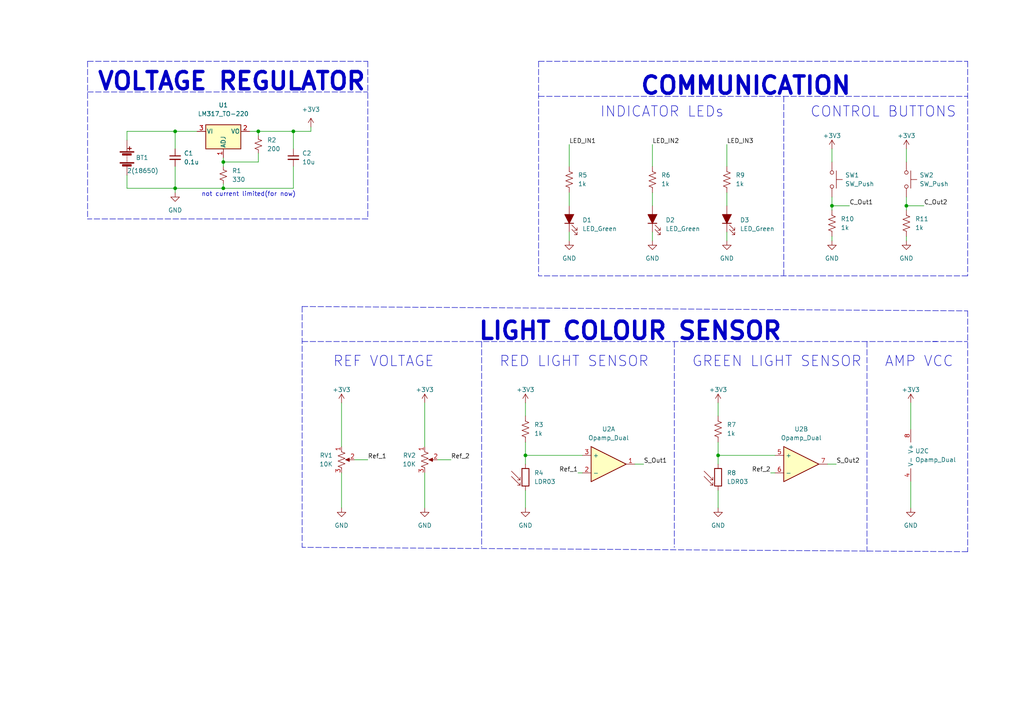
<source format=kicad_sch>
(kicad_sch (version 20211123) (generator eeschema)
  (paper "A4")
  (title_block (title "Sensor-Com-Module") (date "2022-07-29") (rev "rev 2") (company "Group 1 - EEE3099S (UCT)") (comment 1 "Checked by : Koopalame Rebaone and Macebele Kingsley") (comment 2 "Designed by : Chauke Oscar") (comment 3 "Sensor-Comm-Module") (comment 4 "Maze Solver"))
  (lib_symbols
    (symbol "Device:Battery" (pin_numbers hide) (pin_names (offset 0) hide)
      (property "Reference" "BT" (at 2.54 2.54 0))
      (property "Value" "Battery" (at 2.54 0 0))
      (symbol "Battery_0_1"
        (rectangle (start -2.032 -1.397) (end 2.032 -1.651) (fill (type outline)))
        (rectangle (start -2.032 1.778) (end 2.032 1.524) (fill (type outline)))
        (rectangle (start -1.3208 -1.9812) (end 1.27 -2.4892) (fill (type outline)))
        (rectangle (start -1.3208 1.1938) (end 1.27 0.6858) (fill (type outline)))
        (polyline (pts (xy 0 -1.524) (xy 0 -1.27)))
        (polyline (pts (xy 0 -1.016) (xy 0 -0.762)))
        (polyline (pts (xy 0 -0.508) (xy 0 -0.254)))
        (polyline (pts (xy 0 0) (xy 0 0.254)))
        (polyline (pts (xy 0 0.508) (xy 0 0.762)))
        (polyline (pts (xy 0 1.778) (xy 0 2.54)))
        (polyline (pts (xy 0.254 2.667) (xy 1.27 2.667)) (stroke (width 0.254)))
        (polyline (pts (xy 0.762 3.175) (xy 0.762 2.159)) (stroke (width 0.254)))
      )
      (symbol "Battery_1_1"
        (pin passive line (at 0 5.08 270) (length 2.54) (name "+") (number "1"))
        (pin passive line (at 0 -5.08 90) (length 2.54) (name "-") (number "2"))
      )
    )
    (symbol "Device:C_Small" (pin_numbers hide) (pin_names (offset 0.254) hide)
      (property "Reference" "C" (at 0.254 1.778 0))
      (property "Value" "C_Small" (at 0.254 -2.032 0))
      (symbol "C_Small_0_1"
        (polyline (pts (xy -1.524 -0.508) (xy 1.524 -0.508)) (stroke (width 0.3302)))
        (polyline (pts (xy -1.524 0.508) (xy 1.524 0.508)) (stroke (width 0.3048)))
      )
      (symbol "C_Small_1_1"
        (pin passive line (at 0 2.54 270) (length 2.032) (name "~") (number "1"))
        (pin passive line (at 0 -2.54 90) (length 2.032) (name "~") (number "2"))
      )
    )
    (symbol "Device:LED_Filled" (pin_numbers hide) (pin_names (offset 1.016) hide)
      (property "Reference" "D" (at 0 2.54 0))
      (property "Value" "LED_Filled" (at 0 -2.54 0))
      (symbol "LED_Filled_0_1"
        (polyline (pts (xy -1.27 -1.27) (xy -1.27 1.27)) (stroke (width 0.254)))
        (polyline (pts (xy -1.27 0) (xy 1.27 0)))
        (polyline (pts (xy 1.27 -1.27) (xy 1.27 1.27) (xy -1.27 0) (xy 1.27 -1.27)) (stroke (width 0.254)) (fill (type outline)))
        (polyline (pts (xy -3.048 -0.762) (xy -4.572 -2.286) (xy -3.81 -2.286) (xy -4.572 -2.286) (xy -4.572 -1.524)))
        (polyline (pts (xy -1.778 -0.762) (xy -3.302 -2.286) (xy -2.54 -2.286) (xy -3.302 -2.286) (xy -3.302 -1.524)))
      )
      (symbol "LED_Filled_1_1"
        (pin passive line (at -3.81 0 0) (length 2.54) (name "K") (number "1"))
        (pin passive line (at 3.81 0 180) (length 2.54) (name "A") (number "2"))
      )
    )
    (symbol "Device:Opamp_Dual"
      (property "Reference" "U" (at 0 5.08 0))
      (property "Value" "Opamp_Dual" (at 0 -5.08 0))
      (symbol "Opamp_Dual_1_1"
        (polyline (pts (xy -5.08 5.08) (xy 5.08 0) (xy -5.08 -5.08) (xy -5.08 5.08)) (stroke (width 0.254)) (fill (type background)))
        (pin output line (at 7.62 0 180) (length 2.54) (name "~") (number "1"))
        (pin input line (at -7.62 -2.54 0) (length 2.54) (name "-") (number "2"))
        (pin input line (at -7.62 2.54 0) (length 2.54) (name "+") (number "3"))
      )
      (symbol "Opamp_Dual_2_1"
        (polyline (pts (xy -5.08 5.08) (xy 5.08 0) (xy -5.08 -5.08) (xy -5.08 5.08)) (stroke (width 0.254)) (fill (type background)))
        (pin input line (at -7.62 2.54 0) (length 2.54) (name "+") (number "5"))
        (pin input line (at -7.62 -2.54 0) (length 2.54) (name "-") (number "6"))
        (pin output line (at 7.62 0 180) (length 2.54) (name "~") (number "7"))
      )
      (symbol "Opamp_Dual_3_1"
        (pin power_in line (at -2.54 -7.62 90) (length 3.81) (name "V-") (number "4"))
        (pin power_in line (at -2.54 7.62 270) (length 3.81) (name "V+") (number "8"))
      )
    )
    (symbol "Device:R_Potentiometer_US" (pin_names (offset 1.016) hide)
      (property "Reference" "RV" (at -4.445 0 90))
      (property "Value" "R_Potentiometer_US" (at -2.54 0 90))
      (symbol "R_Potentiometer_US_0_1"
        (polyline (pts (xy 0 -2.286) (xy 0 -2.54)))
        (polyline (pts (xy 0 2.54) (xy 0 2.286)))
        (polyline (pts (xy 2.54 0) (xy 1.524 0)))
        (polyline (pts (xy 1.143 0) (xy 2.286 0.508) (xy 2.286 -0.508) (xy 1.143 0)) (fill (type outline)))
        (polyline (pts (xy 0 -0.762) (xy 1.016 -1.143) (xy 0 -1.524) (xy -1.016 -1.905) (xy 0 -2.286)))
        (polyline (pts (xy 0 0.762) (xy 1.016 0.381) (xy 0 0) (xy -1.016 -0.381) (xy 0 -0.762)))
        (polyline (pts (xy 0 2.286) (xy 1.016 1.905) (xy 0 1.524) (xy -1.016 1.143) (xy 0 0.762)))
      )
      (symbol "R_Potentiometer_US_1_1"
        (pin passive line (at 0 3.81 270) (length 1.27) (name "1") (number "1"))
        (pin passive line (at 3.81 0 180) (length 1.27) (name "2") (number "2"))
        (pin passive line (at 0 -3.81 90) (length 1.27) (name "3") (number "3"))
      )
    )
    (symbol "Device:R_Small_US" (pin_numbers hide) (pin_names (offset 0.254) hide)
      (property "Reference" "R" (at 0.762 0.508 0))
      (property "Value" "R_Small_US" (at 0.762 -1.016 0))
      (symbol "R_Small_US_1_1"
        (polyline (pts (xy 0 0) (xy 1.016 -0.381) (xy 0 -0.762) (xy -1.016 -1.143) (xy 0 -1.524)))
        (polyline (pts (xy 0 1.524) (xy 1.016 1.143) (xy 0 0.762) (xy -1.016 0.381) (xy 0 0)))
        (pin passive line (at 0 2.54 270) (length 1.016) (name "~") (number "1"))
        (pin passive line (at 0 -2.54 90) (length 1.016) (name "~") (number "2"))
      )
    )
    (symbol "Device:R_US" (pin_numbers hide) (pin_names (offset 0))
      (property "Reference" "R" (at 2.54 0 90))
      (property "Value" "R_US" (at -2.54 0 90))
      (symbol "R_US_0_1"
        (polyline (pts (xy 0 -2.286) (xy 0 -2.54)))
        (polyline (pts (xy 0 2.286) (xy 0 2.54)))
        (polyline (pts (xy 0 -0.762) (xy 1.016 -1.143) (xy 0 -1.524) (xy -1.016 -1.905) (xy 0 -2.286)))
        (polyline (pts (xy 0 0.762) (xy 1.016 0.381) (xy 0 0) (xy -1.016 -0.381) (xy 0 -0.762)))
        (polyline (pts (xy 0 2.286) (xy 1.016 1.905) (xy 0 1.524) (xy -1.016 1.143) (xy 0 0.762)))
      )
      (symbol "R_US_1_1"
        (pin passive line (at 0 3.81 270) (length 1.27) (name "~") (number "1"))
        (pin passive line (at 0 -3.81 90) (length 1.27) (name "~") (number "2"))
      )
    )
    (symbol "Regulator_Linear:LM317_TO-220" (pin_names (offset 0.254))
      (property "Reference" "U" (at -3.81 3.175 0))
      (property "Value" "LM317_TO-220" (at 0 3.175 0))
      (symbol "LM317_TO-220_0_1"
        (rectangle (start -5.08 1.905) (end 5.08 -5.08) (stroke (width 0.254)) (fill (type background)))
      )
      (symbol "LM317_TO-220_1_1"
        (pin input line (at 0 -7.62 90) (length 2.54) (name "ADJ") (number "1"))
        (pin power_out line (at 7.62 0 180) (length 2.54) (name "VO") (number "2"))
        (pin power_in line (at -7.62 0 0) (length 2.54) (name "VI") (number "3"))
      )
    )
    (symbol "Sensor_Optical:LDR03" (pin_numbers hide) (pin_names (offset 0))
      (property "Reference" "R" (at -5.08 0 90))
      (property "Value" "LDR03" (at 1.905 0 90))
      (symbol "LDR03_0_1"
        (rectangle (start -1.016 2.54) (end 1.016 -2.54) (stroke (width 0.254)))
        (polyline (pts (xy -1.524 -2.286) (xy -4.064 0.254)))
        (polyline (pts (xy -1.524 -2.286) (xy -2.286 -2.286)))
        (polyline (pts (xy -1.524 -2.286) (xy -1.524 -1.524)))
        (polyline (pts (xy -1.524 -0.762) (xy -4.064 1.778)))
        (polyline (pts (xy -1.524 -0.762) (xy -2.286 -0.762)))
        (polyline (pts (xy -1.524 -0.762) (xy -1.524 0)))
      )
      (symbol "LDR03_1_1"
        (pin passive line (at 0 3.81 270) (length 1.27) (name "~") (number "1"))
        (pin passive line (at 0 -3.81 90) (length 1.27) (name "~") (number "2"))
      )
    )
    (symbol "Switch:SW_Push" (pin_numbers hide) (pin_names (offset 1.016) hide)
      (property "Reference" "SW" (at 1.27 2.54 0))
      (property "Value" "SW_Push" (at 0 -1.524 0))
      (symbol "SW_Push_0_1"
        (circle (center -2.032 0) (radius 0.508))
        (polyline (pts (xy 0 1.27) (xy 0 3.048)))
        (polyline (pts (xy 2.54 1.27) (xy -2.54 1.27)))
        (circle (center 2.032 0) (radius 0.508))
        (pin passive line (at -5.08 0 0) (length 2.54) (name "1") (number "1"))
        (pin passive line (at 5.08 0 180) (length 2.54) (name "2") (number "2"))
      )
    )
    (symbol "power:+3.3V" (power) (pin_names (offset 0))
      (property "Value" "+3.3V" (at 0 3.556 0))
      (symbol "+3.3V_0_1"
        (polyline (pts (xy -0.762 1.27) (xy 0 2.54)))
        (polyline (pts (xy 0 0) (xy 0 2.54)))
        (polyline (pts (xy 0 2.54) (xy 0.762 1.27)))
      )
      (symbol "+3.3V_1_1"
        (pin power_in line (at 0 0 90) (length 0) hide (name "+3V3") (number "1"))
      )
    )
    (symbol "power:GND" (power) (pin_names (offset 0))
      (property "Value" "GND" (at 0 -3.81 0))
      (symbol "GND_0_1"
        (polyline (pts (xy 0 0) (xy 0 -1.27) (xy 1.27 -1.27) (xy 0 -2.54) (xy -1.27 -1.27) (xy 0 -1.27)))
      )
      (symbol "GND_1_1"
        (pin power_in line (at 0 0 270) (length 0) hide (name "GND") (number "1"))
      )
    )
  )
  (junction (at 85.09 38.1))
  (junction (at 152.4 132.08))
  (junction (at 74.93 38.1))
  (junction (at 64.77 54.61))
  (junction (at 262.89 59.69))
  (junction (at 64.77 46.99))
  (junction (at 50.8 54.61))
  (junction (at 208.28 132.08))
  (junction (at 241.3 59.69))
  (junction (at 50.8 38.1))
  (wire (pts (xy 74.93 38.1) (xy 74.93 39.37)))
  (wire (pts (xy 64.77 45.72) (xy 64.77 46.99)))
  (wire (pts (xy 152.4 132.08) (xy 152.4 134.62)))
  (wire (pts (xy 184.15 134.62) (xy 186.69 134.62)))
  (wire (pts (xy 264.16 116.84) (xy 264.16 124.46)))
  (wire (pts (xy 85.09 43.18) (xy 85.09 38.1)))
  (polyline (pts (xy 139.7 99.06) (xy 139.7 158.75)))
  (wire (pts (xy 241.3 59.69) (xy 246.38 59.69)))
  (polyline (pts (xy 25.4 26.67) (xy 106.68 26.67)))
  (wire (pts (xy 50.8 54.61) (xy 50.8 55.88)))
  (polyline (pts (xy 270.51 99.06) (xy 280.67 99.06)))
  (wire (pts (xy 223.52 137.16) (xy 224.79 137.16)))
  (wire (pts (xy 123.19 116.84) (xy 123.19 129.54)))
  (wire (pts (xy 208.28 142.24) (xy 208.28 147.32)))
  (wire (pts (xy 152.4 142.24) (xy 152.4 147.32)))
  (wire (pts (xy 152.4 116.84) (xy 152.4 120.65)))
  (polyline (pts (xy 106.68 17.78) (xy 106.68 63.5)))
  (wire (pts (xy 208.28 132.08) (xy 224.79 132.08)))
  (wire (pts (xy 36.83 38.1) (xy 50.8 38.1)))
  (wire (pts (xy 99.06 137.16) (xy 99.06 147.32)))
  (wire (pts (xy 74.93 44.45) (xy 74.93 46.99)))
  (wire (pts (xy 64.77 53.34) (xy 64.77 54.61)))
  (wire (pts (xy 240.03 134.62) (xy 242.57 134.62)))
  (wire (pts (xy 165.1 55.88) (xy 165.1 59.69)))
  (polyline (pts (xy 280.67 80.01) (xy 156.21 80.01)))
  (polyline (pts (xy 280.67 17.78) (xy 280.67 80.01)))
  (wire (pts (xy 90.17 36.83) (xy 90.17 38.1)))
  (wire (pts (xy 50.8 48.26) (xy 50.8 54.61)))
  (wire (pts (xy 127 133.35) (xy 130.81 133.35)))
  (polyline (pts (xy 87.63 99.06) (xy 271.78 99.06)))
  (polyline (pts (xy 280.67 160.02) (xy 87.63 158.75)))
  (polyline (pts (xy 156.21 17.78) (xy 156.21 80.01)))
  (wire (pts (xy 189.23 41.91) (xy 189.23 48.26)))
  (wire (pts (xy 72.39 38.1) (xy 74.93 38.1)))
  (wire (pts (xy 189.23 67.31) (xy 189.23 69.85)))
  (wire (pts (xy 74.93 38.1) (xy 85.09 38.1)))
  (wire (pts (xy 262.89 59.69) (xy 267.97 59.69)))
  (wire (pts (xy 165.1 67.31) (xy 165.1 69.85)))
  (wire (pts (xy 241.3 59.69) (xy 241.3 60.96)))
  (polyline (pts (xy 25.4 17.78) (xy 25.4 63.5)))
  (wire (pts (xy 85.09 54.61) (xy 64.77 54.61)))
  (polyline (pts (xy 87.63 88.9) (xy 87.63 158.75)))
  (wire (pts (xy 189.23 55.88) (xy 189.23 59.69)))
  (wire (pts (xy 264.16 139.7) (xy 264.16 147.32)))
  (polyline (pts (xy 280.67 90.17) (xy 280.67 160.02)))
  (wire (pts (xy 241.3 68.58) (xy 241.3 69.85)))
  (wire (pts (xy 152.4 128.27) (xy 152.4 132.08)))
  (wire (pts (xy 123.19 137.16) (xy 123.19 147.32)))
  (wire (pts (xy 85.09 38.1) (xy 90.17 38.1)))
  (polyline (pts (xy 106.68 63.5) (xy 25.4 63.5)))
  (wire (pts (xy 208.28 116.84) (xy 208.28 120.65)))
  (wire (pts (xy 165.1 41.91) (xy 165.1 48.26)))
  (wire (pts (xy 262.89 68.58) (xy 262.89 69.85)))
  (polyline (pts (xy 25.4 17.78) (xy 106.68 17.78)))
  (wire (pts (xy 64.77 46.99) (xy 64.77 48.26)))
  (wire (pts (xy 36.83 54.61) (xy 50.8 54.61)))
  (wire (pts (xy 210.82 67.31) (xy 210.82 69.85)))
  (polyline (pts (xy 87.63 88.9) (xy 280.67 90.17)))
  (wire (pts (xy 36.83 50.8) (xy 36.83 54.61)))
  (wire (pts (xy 85.09 48.26) (xy 85.09 54.61)))
  (wire (pts (xy 36.83 40.64) (xy 36.83 38.1)))
  (wire (pts (xy 74.93 46.99) (xy 64.77 46.99)))
  (wire (pts (xy 210.82 55.88) (xy 210.82 59.69)))
  (wire (pts (xy 241.3 57.15) (xy 241.3 59.69)))
  (polyline (pts (xy 227.33 27.94) (xy 227.33 80.01)))
  (polyline (pts (xy 156.21 17.78) (xy 280.67 17.78)))
  (wire (pts (xy 152.4 132.08) (xy 168.91 132.08)))
  (wire (pts (xy 167.64 137.16) (xy 168.91 137.16)))
  (wire (pts (xy 241.3 43.18) (xy 241.3 46.99)))
  (polyline (pts (xy 156.21 27.94) (xy 280.67 27.94)))
  (wire (pts (xy 262.89 43.18) (xy 262.89 46.99)))
  (wire (pts (xy 208.28 128.27) (xy 208.28 132.08)))
  (wire (pts (xy 102.87 133.35) (xy 106.68 133.35)))
  (wire (pts (xy 50.8 54.61) (xy 64.77 54.61)))
  (wire (pts (xy 99.06 116.84) (xy 99.06 129.54)))
  (wire (pts (xy 50.8 38.1) (xy 50.8 43.18)))
  (wire (pts (xy 262.89 59.69) (xy 262.89 60.96)))
  (wire (pts (xy 210.82 41.91) (xy 210.82 48.26)))
  (polyline (pts (xy 195.58 99.06) (xy 195.58 158.75)))
  (wire (pts (xy 208.28 132.08) (xy 208.28 134.62)))
  (wire (pts (xy 50.8 38.1) (xy 57.15 38.1)))
  (wire (pts (xy 262.89 57.15) (xy 262.89 59.69)))
  (polyline (pts (xy 251.46 99.06) (xy 251.46 160.02)))
  (text "COMMUNICATION" (at 185.42 27.94 0) (effects (font (size 5 5) (thickness 1) bold) (justify left bottom)))
  (text "REF VOLTAGE" (at 96.52 106.68 0) (effects (font (size 3 3)) (justify left bottom)))
  (text "INDICATOR LEDs" (at 173.99 34.29 0) (effects (font (size 3 3)) (justify left bottom)))
  (text "VOLTAGE REGULATOR" (at 27.94 26.67 0) (effects (font (size 5 5) (thickness 1) bold) (justify left bottom)))
  (text "LIGHT COLOUR SENSOR" (at 138.43 99.06 0) (effects (font (size 5 5) (thickness 1) bold) (justify left bottom)))
  (text "AMP VCC" (at 256.54 106.68 0) (effects (font (size 3 3)) (justify left bottom)))
  (text "CONTROL BUTTONS" (at 234.95 34.29 0) (effects (font (size 3 3)) (justify left bottom)))
  (text "GREEN LIGHT SENSOR" (at 200.66 106.68 0) (effects (font (size 3 3)) (justify left bottom)))
  (text "RED LIGHT SENSOR" (at 144.78 106.68 0) (effects (font (size 3 3)) (justify left bottom)))
  (text "not current limited(for now)" (at 58.42 57.15 0) (effects (font (size 1.27 1.27)) (justify left bottom)))
  (label "Ref_1" (at 106.68 133.35 0))
  (label "Ref_2" (at 223.52 137.16 180))
  (label "S_Out1" (at 186.69 134.62 0))
  (label "S_Out2" (at 242.57 134.62 0))
  (label "Ref_1" (at 167.64 137.16 180))
  (label "C_Out2" (at 267.97 59.69 0))
  (label "LED_IN1" (at 165.1 41.91 0))
  (label "C_Out1" (at 246.38 59.69 0))
  (label "LED_IN2" (at 189.23 41.91 0))
  (label "LED_IN3" (at 210.82 41.91 0))
  (label "Ref_2" (at 130.81 133.35 0))
  (symbol (lib_id "Regulator_Linear:LM317_TO-220") (at 64.77 38.1 0) (unit 1)
    (property "Reference" "U1" (at 64.77 30.48 0))
    (property "Value" "LM317_TO-220" (at 64.77 33.02 0))
    (property "Footprint" "Package_TO_SOT_THT:TO-220-3_Vertical" (effects hide))
    (property "Datasheet" "http://www.ti.com/lit/ds/symlink/lm317.pdf" (effects hide))
  )
  (symbol (lib_id "Device:Opamp_Dual") (at 266.7 132.08 0) (unit 3)
    (property "Reference" "U2" (at 265.43 130.8099 0) (effects (justify left)))
    (property "Value" "Opamp_Dual" (at 265.43 133.3499 0) (effects (justify left)))
  )
  (symbol (lib_id "Device:R_Small_US") (at 64.77 50.8 0) (unit 1)
    (property "Reference" "R1" (at 67.31 49.5299 0) (effects (justify left)))
    (property "Value" "330" (at 67.31 52.0699 0) (effects (justify left)))
  )
  (symbol (lib_id "power:+3.3V") (at 99.06 116.84 0) (unit 1)
    (property "Reference" "#PWR03" (effects hide))
    (property "Value" "+3.3V" (at 99.06 113.03 0))
  )
  (symbol (lib_id "power:+3.3V") (at 264.16 116.84 0) (unit 1)
    (property "Reference" "#PWR018" (effects hide))
    (property "Value" "+3.3V" (at 264.16 113.03 0))
  )
  (symbol (lib_id "power:GND") (at 264.16 147.32 0) (unit 1)
    (property "Reference" "#PWR019" (effects hide))
    (property "Value" "GND" (at 264.16 152.4 0))
  )
  (symbol (lib_id "power:GND") (at 123.19 147.32 0) (unit 1)
    (property "Reference" "#PWR06" (effects hide))
    (property "Value" "GND" (at 123.19 152.4 0))
  )
  (symbol (lib_id "Device:Opamp_Dual") (at 176.53 134.62 0) (unit 1)
    (property "Reference" "U2" (at 176.53 124.46 0))
    (property "Value" "Opamp_Dual" (at 176.53 127 0))
  )
  (symbol (lib_id "power:GND") (at 208.28 147.32 0) (unit 1)
    (property "Reference" "#PWR012" (effects hide))
    (property "Value" "GND" (at 208.28 152.4 0))
  )
  (symbol (lib_id "power:GND") (at 99.06 147.32 0) (unit 1)
    (property "Reference" "#PWR04" (effects hide))
    (property "Value" "GND" (at 99.06 152.4 0))
  )
  (symbol (lib_id "power:+3.3V") (at 262.89 43.18 0) (unit 1)
    (property "Reference" "#PWR016" (effects hide))
    (property "Value" "+3.3V" (at 262.89 39.37 0))
  )
  (symbol (lib_id "power:+3.3V") (at 90.17 36.83 0) (unit 1)
    (property "Reference" "#PWR02" (effects hide))
    (property "Value" "+3.3V" (at 90.17 31.75 0))
  )
  (symbol (lib_id "power:GND") (at 189.23 69.85 0) (unit 1)
    (property "Reference" "#PWR010" (effects hide))
    (property "Value" "GND" (at 189.23 74.93 0))
  )
  (symbol (lib_id "power:+3.3V") (at 152.4 116.84 0) (unit 1)
    (property "Reference" "#PWR07" (effects hide))
    (property "Value" "+3.3V" (at 152.4 113.03 0))
  )
  (symbol (lib_id "Switch:SW_Push") (at 241.3 52.07 270) (unit 1)
    (property "Reference" "SW1" (at 245.11 50.7999 90) (effects (justify left)))
    (property "Value" "SW_Push" (at 245.11 53.3399 90) (effects (justify left)))
  )
  (symbol (lib_id "power:GND") (at 50.8 55.88 0) (unit 1)
    (property "Reference" "#PWR01" (effects hide))
    (property "Value" "GND" (at 50.8 60.96 0))
  )
  (symbol (lib_id "Device:R_Small_US") (at 74.93 41.91 0) (unit 1)
    (property "Reference" "R2" (at 77.47 40.6399 0) (effects (justify left)))
    (property "Value" "200" (at 77.47 43.1799 0) (effects (justify left)))
  )
  (symbol (lib_id "power:GND") (at 241.3 69.85 0) (unit 1)
    (property "Reference" "#PWR015" (effects hide))
    (property "Value" "GND" (at 241.3 74.93 0))
  )
  (symbol (lib_id "power:GND") (at 165.1 69.85 0) (unit 1)
    (property "Reference" "#PWR09" (effects hide))
    (property "Value" "GND" (at 165.1 74.93 0))
  )
  (symbol (lib_id "Device:R_US") (at 152.4 124.46 0) (unit 1)
    (property "Reference" "R3" (at 154.94 123.1899 0) (effects (justify left)))
    (property "Value" "1k" (at 154.94 125.7299 0) (effects (justify left)))
  )
  (symbol (lib_id "Device:C_Small") (at 85.09 45.72 0) (unit 1)
    (property "Reference" "C2" (at 87.63 44.4562 0) (effects (justify left)))
    (property "Value" "10u" (at 87.63 46.9962 0) (effects (justify left)))
  )
  (symbol (lib_id "power:GND") (at 262.89 69.85 0) (unit 1)
    (property "Reference" "#PWR017" (effects hide))
    (property "Value" "GND" (at 262.89 74.93 0))
  )
  (symbol (lib_id "Device:R_US") (at 165.1 52.07 0) (unit 1)
    (property "Reference" "R5" (at 167.64 50.7999 0) (effects (justify left)))
    (property "Value" "1k" (at 167.64 53.3399 0) (effects (justify left)))
  )
  (symbol (lib_id "Device:R_US") (at 208.28 124.46 0) (unit 1)
    (property "Reference" "R7" (at 210.82 123.1899 0) (effects (justify left)))
    (property "Value" "1k" (at 210.82 125.7299 0) (effects (justify left)))
  )
  (symbol (lib_id "Device:LED_Filled") (at 165.1 63.5 90) (unit 1)
    (property "Reference" "D1" (at 168.91 63.8174 90) (effects (justify right)))
    (property "Value" "LED_Green" (at 168.91 66.3574 90) (effects (justify right)))
  )
  (symbol (lib_id "power:GND") (at 152.4 147.32 0) (unit 1)
    (property "Reference" "#PWR08" (effects hide))
    (property "Value" "GND" (at 152.4 152.4 0))
  )
  (symbol (lib_id "Device:Battery") (at 36.83 45.72 0) (unit 1)
    (property "Reference" "BT1" (at 39.37 45.72 0) (effects (justify left)))
    (property "Value" "2(18650)" (at 36.83 49.53 0) (effects (justify left)))
  )
  (symbol (lib_id "Device:R_US") (at 241.3 64.77 0) (unit 1)
    (property "Reference" "R10" (at 243.84 63.4999 0) (effects (justify left)))
    (property "Value" "1k" (at 243.84 66.0399 0) (effects (justify left)))
  )
  (symbol (lib_id "Device:R_US") (at 210.82 52.07 0) (unit 1)
    (property "Reference" "R9" (at 213.36 50.7999 0) (effects (justify left)))
    (property "Value" "1k" (at 213.36 53.3399 0) (effects (justify left)))
  )
  (symbol (lib_id "Device:C_Small") (at 50.8 45.72 0) (unit 1)
    (property "Reference" "C1" (at 53.34 44.4562 0) (effects (justify left)))
    (property "Value" "0.1u" (at 53.34 46.9962 0) (effects (justify left)))
  )
  (symbol (lib_id "Device:LED_Filled") (at 210.82 63.5 90) (unit 1)
    (property "Reference" "D3" (at 214.63 63.8174 90) (effects (justify right)))
    (property "Value" "LED_Green" (at 214.63 66.3574 90) (effects (justify right)))
  )
  (symbol (lib_id "power:+3.3V") (at 123.19 116.84 0) (unit 1)
    (property "Reference" "#PWR05" (effects hide))
    (property "Value" "+3.3V" (at 123.19 113.03 0))
  )
  (symbol (lib_id "Device:R_US") (at 262.89 64.77 0) (unit 1)
    (property "Reference" "R11" (at 265.43 63.4999 0) (effects (justify left)))
    (property "Value" "1k" (at 265.43 66.0399 0) (effects (justify left)))
  )
  (symbol (lib_id "Sensor_Optical:LDR03") (at 152.4 138.43 0) (unit 1)
    (property "Reference" "R4" (at 154.94 137.1599 0) (effects (justify left)))
    (property "Value" "LDR03" (at 154.94 139.6999 0) (effects (justify left)))
    (property "Footprint" "OptoDevice:R_LDR_10x8.5mm_P7.6mm_Vertical" (effects hide))
    (property "Datasheet" "http://www.elektronica-componenten.nl/WebRoot/StoreNL/Shops/61422969/54F1/BA0C/C664/31B9/2173/C0A8/2AB9/2AEF/LDR03IMP.pdf" (effects hide))
  )
  (symbol (lib_id "power:GND") (at 210.82 69.85 0) (unit 1)
    (property "Reference" "#PWR013" (effects hide))
    (property "Value" "GND" (at 210.82 74.93 0))
  )
  (symbol (lib_id "Device:R_Potentiometer_US") (at 99.06 133.35 0) (unit 1)
    (property "Reference" "RV1" (at 96.52 132.0799 0) (effects (justify right)))
    (property "Value" "10K" (at 96.52 134.6199 0) (effects (justify right)))
  )
  (symbol (lib_id "power:+3.3V") (at 241.3 43.18 0) (unit 1)
    (property "Reference" "#PWR014" (effects hide))
    (property "Value" "+3.3V" (at 241.3 39.37 0))
  )
  (symbol (lib_id "Sensor_Optical:LDR03") (at 208.28 138.43 0) (unit 1)
    (property "Reference" "R8" (at 210.82 137.1599 0) (effects (justify left)))
    (property "Value" "LDR03" (at 210.82 139.6999 0) (effects (justify left)))
    (property "Footprint" "OptoDevice:R_LDR_10x8.5mm_P7.6mm_Vertical" (effects hide))
    (property "Datasheet" "http://www.elektronica-componenten.nl/WebRoot/StoreNL/Shops/61422969/54F1/BA0C/C664/31B9/2173/C0A8/2AB9/2AEF/LDR03IMP.pdf" (effects hide))
  )
  (symbol (lib_id "Device:LED_Filled") (at 189.23 63.5 90) (unit 1)
    (property "Reference" "D2" (at 193.04 63.8174 90) (effects (justify right)))
    (property "Value" "LED_Green" (at 193.04 66.3574 90) (effects (justify right)))
  )
  (symbol (lib_id "power:+3.3V") (at 208.28 116.84 0) (unit 1)
    (property "Reference" "#PWR011" (effects hide))
    (property "Value" "+3.3V" (at 208.28 113.03 0))
  )
  (symbol (lib_id "Device:Opamp_Dual") (at 232.41 134.62 0) (unit 2)
    (property "Reference" "U2" (at 232.41 124.46 0))
    (property "Value" "Opamp_Dual" (at 232.41 127 0))
  )
  (symbol (lib_id "Device:R_Potentiometer_US") (at 123.19 133.35 0) (unit 1)
    (property "Reference" "RV2" (at 120.65 132.0799 0) (effects (justify right)))
    (property "Value" "10K" (at 120.65 134.6199 0) (effects (justify right)))
  )
  (symbol (lib_id "Device:R_US") (at 189.23 52.07 0) (unit 1)
    (property "Reference" "R6" (at 191.77 50.7999 0) (effects (justify left)))
    (property "Value" "1k" (at 191.77 53.3399 0) (effects (justify left)))
  )
  (symbol (lib_id "Switch:SW_Push") (at 262.89 52.07 270) (unit 1)
    (property "Reference" "SW2" (at 266.7 50.7999 90) (effects (justify left)))
    (property "Value" "SW_Push" (at 266.7 53.3399 90) (effects (justify left)))
  )
)
</source>
